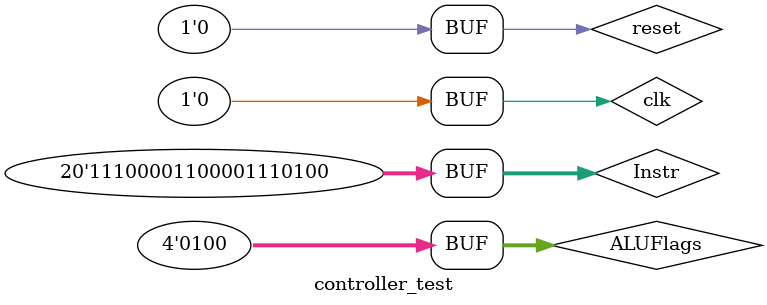
<source format=sv>
module controller_test();
	logic         clk;
	logic         reset;
	logic [31:12] Instr;
	logic [3:0]   ALUFlags;
	logic         PCWrite;
	logic         MemWrite;
	logic         RegWrite;
	logic         IRWrite;
	logic         AdrSrc;
	logic [1:0]   RegSrc;
	logic [1:0]   ALUSrcA;
	logic [1:0]   ALUSrcB;
	logic [1:0]   ResultSrc;
	logic [1:0]   ImmSrc;
	logic [1:0]   ALUControl;


	controller controller1(clk,reset,Instr,ALUFlags,PCWrite,MemWrite,RegWrite,IRWrite,
				AdrSrc,RegSrc,ALUSrcA,ALUSrcB,ResultSrc,ImmSrc,ALUControl);

	always
		begin
			clk <= 1; # 10; clk <= 0; #10;
		end

	initial

		begin
			reset <= 1; # 22; reset <= 0;

			//SUB R0, R15, R15
			Instr = 20'b1110_000_0010_0_1111_0000;
			ALUFlags = 4'b0000;
			//executed correctly!

			#70
			//ADD R2, R0, #5
			Instr = 20'b1110_001_0100_0_0000_0010;
			ALUFlags = 4'b0000;

			#80
			//LDR R2, [R0, #96]
			Instr = 20'b1110_010_1100_1_0000_0010;
			ALUFlags = 4'b0000;

			#100
			//BEQ
			Instr = 20'b0000_1010_0000_0000_0000;
			ALUFlags = 4'b0100;// Z = 1 and Branch shouldn't taken

			// //B
			// Instr = 20'b1110_1010_0000_0000_0000;
			// ALUFlags = 4'b0000;

			#60
			//STR R2, [R0, #100]
			Instr = 20'b1110_010_1100_0_0000_0010;

			#80
			//AND R5, R3, R4
			Instr = 20'b1110_000_0000_0_0011_0101;

			#80
			//ORR R4, R7, R2
			Instr = 20'b1110_000_1100_0_0111_0100;
			//570ns is enough and all instructions completed

		end
endmodule
</source>
